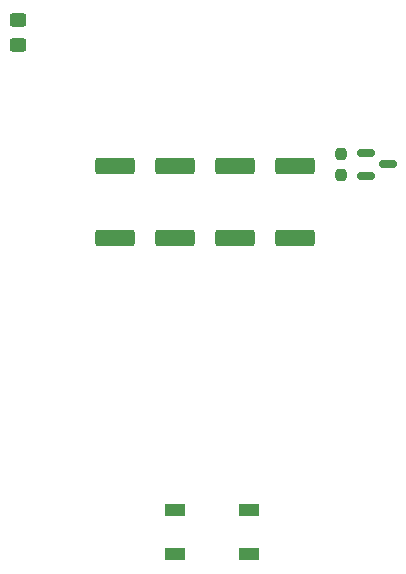
<source format=gbr>
%TF.GenerationSoftware,KiCad,Pcbnew,7.0.10-7.0.10~ubuntu20.04.1*%
%TF.CreationDate,2024-02-13T11:26:12+09:00*%
%TF.ProjectId,diy_oled_3d_controller,6469795f-6f6c-4656-945f-33645f636f6e,rev?*%
%TF.SameCoordinates,Original*%
%TF.FileFunction,Paste,Top*%
%TF.FilePolarity,Positive*%
%FSLAX46Y46*%
G04 Gerber Fmt 4.6, Leading zero omitted, Abs format (unit mm)*
G04 Created by KiCad (PCBNEW 7.0.10-7.0.10~ubuntu20.04.1) date 2024-02-13 11:26:12*
%MOMM*%
%LPD*%
G01*
G04 APERTURE LIST*
G04 Aperture macros list*
%AMRoundRect*
0 Rectangle with rounded corners*
0 $1 Rounding radius*
0 $2 $3 $4 $5 $6 $7 $8 $9 X,Y pos of 4 corners*
0 Add a 4 corners polygon primitive as box body*
4,1,4,$2,$3,$4,$5,$6,$7,$8,$9,$2,$3,0*
0 Add four circle primitives for the rounded corners*
1,1,$1+$1,$2,$3*
1,1,$1+$1,$4,$5*
1,1,$1+$1,$6,$7*
1,1,$1+$1,$8,$9*
0 Add four rect primitives between the rounded corners*
20,1,$1+$1,$2,$3,$4,$5,0*
20,1,$1+$1,$4,$5,$6,$7,0*
20,1,$1+$1,$6,$7,$8,$9,0*
20,1,$1+$1,$8,$9,$2,$3,0*%
G04 Aperture macros list end*
%ADD10RoundRect,0.237500X-0.237500X0.250000X-0.237500X-0.250000X0.237500X-0.250000X0.237500X0.250000X0*%
%ADD11RoundRect,0.250000X-0.450000X0.325000X-0.450000X-0.325000X0.450000X-0.325000X0.450000X0.325000X0*%
%ADD12RoundRect,0.150000X-0.587500X-0.150000X0.587500X-0.150000X0.587500X0.150000X-0.587500X0.150000X0*%
%ADD13RoundRect,0.249999X-1.425001X0.450001X-1.425001X-0.450001X1.425001X-0.450001X1.425001X0.450001X0*%
%ADD14R,1.700000X1.000000*%
G04 APERTURE END LIST*
D10*
%TO.C,R1*%
X120782500Y-70207500D03*
X120782500Y-72032500D03*
%TD*%
D11*
%TO.C,F1*%
X93421200Y-60969000D03*
X93421200Y-58919000D03*
%TD*%
D12*
%TO.C,Q1*%
X122887500Y-70170000D03*
X122887500Y-72070000D03*
X124762500Y-71120000D03*
%TD*%
D13*
%TO.C,R11*%
X111760000Y-71245000D03*
X111760000Y-77345000D03*
%TD*%
%TO.C,R13*%
X101600000Y-71245000D03*
X101600000Y-77345000D03*
%TD*%
D14*
%TO.C,S1*%
X106705000Y-104135000D03*
X113005000Y-104135000D03*
X106705000Y-100335000D03*
X113005000Y-100335000D03*
%TD*%
D13*
%TO.C,R10*%
X116840000Y-71245000D03*
X116840000Y-77345000D03*
%TD*%
%TO.C,R12*%
X106680000Y-71245000D03*
X106680000Y-77345000D03*
%TD*%
M02*

</source>
